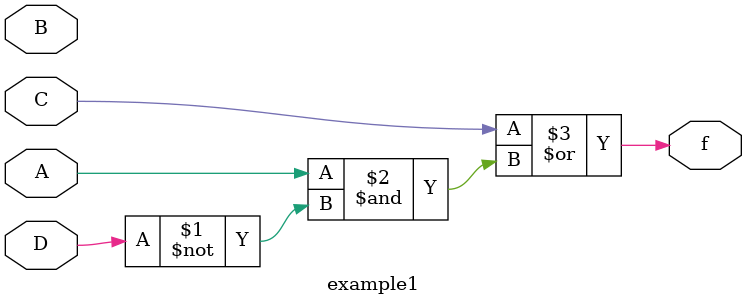
<source format=v>
module example1 (A,B,C,D,f);
    input A,B,C,D;
    output f;
    assign f=C|(A&~D);
endmodule
</source>
